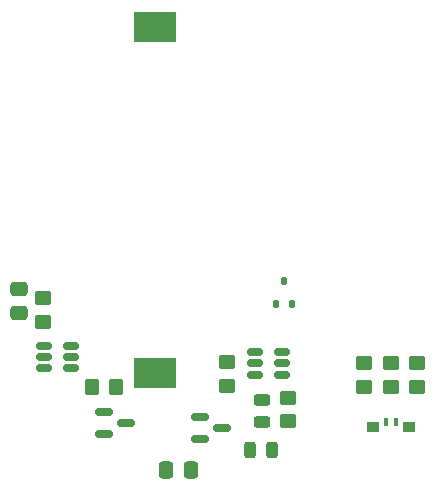
<source format=gbr>
%TF.GenerationSoftware,KiCad,Pcbnew,8.0.3*%
%TF.CreationDate,2025-07-08T12:48:35-07:00*%
%TF.ProjectId,salp_board_round,73616c70-5f62-46f6-9172-645f726f756e,rev?*%
%TF.SameCoordinates,Original*%
%TF.FileFunction,Paste,Bot*%
%TF.FilePolarity,Positive*%
%FSLAX46Y46*%
G04 Gerber Fmt 4.6, Leading zero omitted, Abs format (unit mm)*
G04 Created by KiCad (PCBNEW 8.0.3) date 2025-07-08 12:48:35*
%MOMM*%
%LPD*%
G01*
G04 APERTURE LIST*
G04 Aperture macros list*
%AMRoundRect*
0 Rectangle with rounded corners*
0 $1 Rounding radius*
0 $2 $3 $4 $5 $6 $7 $8 $9 X,Y pos of 4 corners*
0 Add a 4 corners polygon primitive as box body*
4,1,4,$2,$3,$4,$5,$6,$7,$8,$9,$2,$3,0*
0 Add four circle primitives for the rounded corners*
1,1,$1+$1,$2,$3*
1,1,$1+$1,$4,$5*
1,1,$1+$1,$6,$7*
1,1,$1+$1,$8,$9*
0 Add four rect primitives between the rounded corners*
20,1,$1+$1,$2,$3,$4,$5,0*
20,1,$1+$1,$4,$5,$6,$7,0*
20,1,$1+$1,$6,$7,$8,$9,0*
20,1,$1+$1,$8,$9,$2,$3,0*%
G04 Aperture macros list end*
%ADD10R,3.600000X2.600000*%
%ADD11RoundRect,0.150000X-0.512500X-0.150000X0.512500X-0.150000X0.512500X0.150000X-0.512500X0.150000X0*%
%ADD12RoundRect,0.250000X0.450000X-0.350000X0.450000X0.350000X-0.450000X0.350000X-0.450000X-0.350000X0*%
%ADD13RoundRect,0.250000X-0.450000X0.350000X-0.450000X-0.350000X0.450000X-0.350000X0.450000X0.350000X0*%
%ADD14RoundRect,0.250000X0.350000X0.450000X-0.350000X0.450000X-0.350000X-0.450000X0.350000X-0.450000X0*%
%ADD15RoundRect,0.150000X-0.587500X-0.150000X0.587500X-0.150000X0.587500X0.150000X-0.587500X0.150000X0*%
%ADD16RoundRect,0.112500X0.112500X0.237500X-0.112500X0.237500X-0.112500X-0.237500X0.112500X-0.237500X0*%
%ADD17RoundRect,0.243750X-0.456250X0.243750X-0.456250X-0.243750X0.456250X-0.243750X0.456250X0.243750X0*%
%ADD18RoundRect,0.243750X-0.243750X-0.456250X0.243750X-0.456250X0.243750X0.456250X-0.243750X0.456250X0*%
%ADD19R,0.400000X0.800000*%
%ADD20R,1.000000X0.900000*%
%ADD21RoundRect,0.250000X0.337500X0.475000X-0.337500X0.475000X-0.337500X-0.475000X0.337500X-0.475000X0*%
%ADD22RoundRect,0.250000X-0.475000X0.337500X-0.475000X-0.337500X0.475000X-0.337500X0.475000X0.337500X0*%
G04 APERTURE END LIST*
D10*
%TO.C,BT1*%
X156500000Y-75200000D03*
X156500000Y-104500000D03*
%TD*%
D11*
%TO.C,U5*%
X147125000Y-104100000D03*
X147125000Y-103150000D03*
X147125000Y-102200000D03*
X149400000Y-102200000D03*
X149400000Y-103150000D03*
X149400000Y-104100000D03*
%TD*%
%TO.C,U3*%
X167237500Y-104650000D03*
X167237500Y-103700000D03*
X167237500Y-102750000D03*
X164962500Y-102750000D03*
X164962500Y-103700000D03*
X164962500Y-104650000D03*
%TD*%
D12*
%TO.C,R10*%
X167800000Y-106600000D03*
X167800000Y-108600000D03*
%TD*%
%TO.C,R9*%
X162600000Y-103600000D03*
X162600000Y-105600000D03*
%TD*%
D13*
%TO.C,R8*%
X147000000Y-100200000D03*
X147000000Y-98200000D03*
%TD*%
D14*
%TO.C,R7*%
X151200000Y-105700000D03*
X153200000Y-105700000D03*
%TD*%
D12*
%TO.C,R6*%
X174200000Y-105700001D03*
X174200000Y-103700001D03*
%TD*%
%TO.C,R5*%
X178700000Y-105700001D03*
X178700000Y-103700001D03*
%TD*%
%TO.C,R4*%
X176500000Y-105700001D03*
X176500000Y-103700001D03*
%TD*%
D15*
%TO.C,Q2*%
X162200000Y-109150000D03*
X160325000Y-108200000D03*
X160325000Y-110100000D03*
%TD*%
%TO.C,Q1*%
X154037500Y-108750000D03*
X152162500Y-107800000D03*
X152162500Y-109700000D03*
%TD*%
D16*
%TO.C,D5*%
X167450000Y-96700000D03*
X166800000Y-98700000D03*
X168100000Y-98700000D03*
%TD*%
D17*
%TO.C,D4*%
X165600000Y-106762500D03*
X165600000Y-108637500D03*
%TD*%
D18*
%TO.C,D3*%
X164562500Y-111000000D03*
X166437500Y-111000000D03*
%TD*%
D19*
%TO.C,D1*%
X176100000Y-108648223D03*
X176900000Y-108648223D03*
D20*
X178000000Y-109098223D03*
X175000000Y-109098223D03*
%TD*%
D21*
%TO.C,C23*%
X157462500Y-112700000D03*
X159537500Y-112700000D03*
%TD*%
D22*
%TO.C,C21*%
X145000000Y-99437500D03*
X145000000Y-97362500D03*
%TD*%
M02*

</source>
